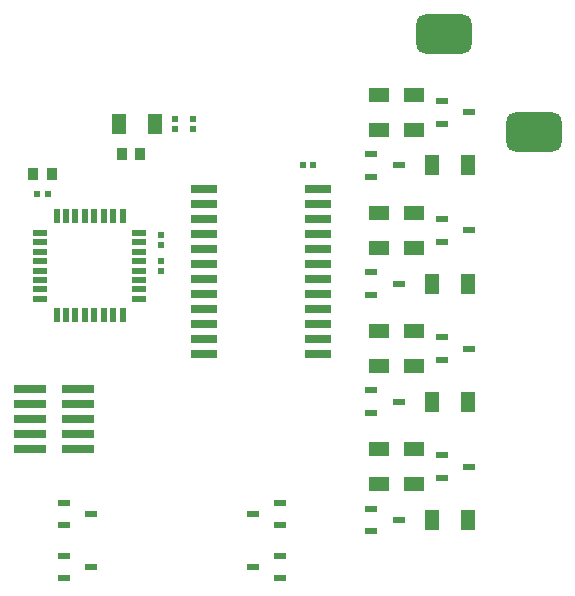
<source format=gbr>
%TF.GenerationSoftware,KiCad,Pcbnew,5.99.0-unknown-5db75805bd~106~ubuntu20.04.1*%
%TF.CreationDate,2021-01-04T23:22:08+00:00*%
%TF.ProjectId,minidriver,6d696e69-6472-4697-9665-722e6b696361,rev?*%
%TF.SameCoordinates,Original*%
%TF.FileFunction,Paste,Top*%
%TF.FilePolarity,Positive*%
%FSLAX46Y46*%
G04 Gerber Fmt 4.6, Leading zero omitted, Abs format (unit mm)*
G04 Created by KiCad (PCBNEW 5.99.0-unknown-5db75805bd~106~ubuntu20.04.1) date 2021-01-04 23:22:08*
%MOMM*%
%LPD*%
G01*
G04 APERTURE LIST*
G04 Aperture macros list*
%AMRoundRect*
0 Rectangle with rounded corners*
0 $1 Rounding radius*
0 $2 $3 $4 $5 $6 $7 $8 $9 X,Y pos of 4 corners*
0 Add a 4 corners polygon primitive as box body*
4,1,4,$2,$3,$4,$5,$6,$7,$8,$9,$2,$3,0*
0 Add four circle primitives for the rounded corners*
1,1,$1+$1,$2,$3,0*
1,1,$1+$1,$4,$5,0*
1,1,$1+$1,$6,$7,0*
1,1,$1+$1,$8,$9,0*
0 Add four rect primitives between the rounded corners*
20,1,$1+$1,$2,$3,$4,$5,0*
20,1,$1+$1,$4,$5,$6,$7,0*
20,1,$1+$1,$6,$7,$8,$9,0*
20,1,$1+$1,$8,$9,$2,$3,0*%
G04 Aperture macros list end*
%ADD10R,1.800000X1.150000*%
%ADD11R,1.150000X1.800000*%
%ADD12R,1.000000X0.600000*%
%ADD13R,0.620000X0.620000*%
%ADD14R,0.950000X1.000000*%
%ADD15RoundRect,0.850000X-1.500000X-0.850000X1.500000X-0.850000X1.500000X0.850000X-1.500000X0.850000X0*%
%ADD16R,1.200000X0.500000*%
%ADD17R,0.500000X1.200000*%
%ADD18R,2.790000X0.740000*%
%ADD19RoundRect,0.850000X1.500000X0.850000X-1.500000X0.850000X-1.500000X-0.850000X1.500000X-0.850000X0*%
%ADD20R,2.200000X0.650000*%
G04 APERTURE END LIST*
D10*
%TO.C,R10*%
X132500000Y-140500000D03*
X132500000Y-137500000D03*
%TD*%
%TO.C,R12*%
X135500000Y-137500000D03*
X135500000Y-140500000D03*
%TD*%
D11*
%TO.C,R7*%
X137000000Y-113500000D03*
X140000000Y-113500000D03*
%TD*%
D12*
%TO.C,Q9*%
X137850000Y-118050000D03*
X137850000Y-119950000D03*
X140150000Y-119000000D03*
%TD*%
D11*
%TO.C,R8*%
X137000000Y-133500000D03*
X140000000Y-133500000D03*
%TD*%
D13*
%TO.C,C5*%
X114000000Y-120250000D03*
X114000000Y-119350000D03*
%TD*%
D12*
%TO.C,Q11*%
X137850000Y-138050000D03*
X137850000Y-139950000D03*
X140150000Y-139000000D03*
%TD*%
D10*
%TO.C,R9*%
X132500000Y-120500000D03*
X132500000Y-117500000D03*
%TD*%
%TO.C,R11*%
X135500000Y-117500000D03*
X135500000Y-120500000D03*
%TD*%
D14*
%TO.C,D1*%
X104800000Y-114250000D03*
X103200000Y-114250000D03*
%TD*%
D13*
%TO.C,C2*%
X114000000Y-122450000D03*
X114000000Y-121550000D03*
%TD*%
D12*
%TO.C,Q4*%
X105850000Y-146550000D03*
X105850000Y-148450000D03*
X108150000Y-147500000D03*
%TD*%
D15*
%TO.C,TP2*%
X138000000Y-102400000D03*
%TD*%
D13*
%TO.C,C4*%
X126950000Y-113500000D03*
X126050000Y-113500000D03*
%TD*%
D12*
%TO.C,Q2*%
X131850000Y-132550000D03*
X131850000Y-134450000D03*
X134150000Y-133500000D03*
%TD*%
%TO.C,Q7*%
X131850000Y-122550000D03*
X131850000Y-124450000D03*
X134150000Y-123500000D03*
%TD*%
D11*
%TO.C,C1*%
X110500000Y-110000000D03*
X113500000Y-110000000D03*
%TD*%
D12*
%TO.C,Q6*%
X124150000Y-143950000D03*
X124150000Y-142050000D03*
X121850000Y-143000000D03*
%TD*%
%TO.C,Q1*%
X131850000Y-112550000D03*
X131850000Y-114450000D03*
X134150000Y-113500000D03*
%TD*%
D16*
%TO.C,IC2*%
X112200000Y-124800000D03*
X112200000Y-124000000D03*
X112200000Y-123200000D03*
X112200000Y-122400000D03*
X112200000Y-121600000D03*
X112200000Y-120800000D03*
X112200000Y-120000000D03*
X112200000Y-119200000D03*
D17*
X110800000Y-117800000D03*
X110000000Y-117800000D03*
X109200000Y-117800000D03*
X108400000Y-117800000D03*
X107600000Y-117800000D03*
X106800000Y-117800000D03*
X106000000Y-117800000D03*
X105200000Y-117800000D03*
D16*
X103800000Y-119200000D03*
X103800000Y-120000000D03*
X103800000Y-120800000D03*
X103800000Y-121600000D03*
X103800000Y-122400000D03*
X103800000Y-123200000D03*
X103800000Y-124000000D03*
X103800000Y-124800000D03*
D17*
X105200000Y-126200000D03*
X106000000Y-126200000D03*
X106800000Y-126200000D03*
X107600000Y-126200000D03*
X108400000Y-126200000D03*
X109200000Y-126200000D03*
X110000000Y-126200000D03*
X110800000Y-126200000D03*
%TD*%
D10*
%TO.C,R5*%
X135500000Y-107500000D03*
X135500000Y-110500000D03*
%TD*%
%TO.C,R3*%
X132500000Y-110500000D03*
X132500000Y-107500000D03*
%TD*%
D13*
%TO.C,R1*%
X116750000Y-109550000D03*
X116750000Y-110450000D03*
%TD*%
D18*
%TO.C,P1*%
X102965000Y-132460000D03*
X107035000Y-132460000D03*
X102965000Y-133730000D03*
X107035000Y-133730000D03*
X102965000Y-135000000D03*
X107035000Y-135000000D03*
X102965000Y-136270000D03*
X107035000Y-136270000D03*
X102965000Y-137540000D03*
X107035000Y-137540000D03*
%TD*%
D12*
%TO.C,Q3*%
X137850000Y-108050000D03*
X137850000Y-109950000D03*
X140150000Y-109000000D03*
%TD*%
%TO.C,Q12*%
X124150000Y-148450000D03*
X124150000Y-146550000D03*
X121850000Y-147500000D03*
%TD*%
D19*
%TO.C,TP1*%
X145600000Y-110700000D03*
%TD*%
D11*
%TO.C,R14*%
X137000000Y-143500000D03*
X140000000Y-143500000D03*
%TD*%
D13*
%TO.C,R15*%
X104450000Y-115900000D03*
X103550000Y-115900000D03*
%TD*%
D12*
%TO.C,Q10*%
X105850000Y-142050000D03*
X105850000Y-143950000D03*
X108150000Y-143000000D03*
%TD*%
D10*
%TO.C,R6*%
X135500000Y-127500000D03*
X135500000Y-130500000D03*
%TD*%
D11*
%TO.C,R13*%
X137000000Y-123500000D03*
X140000000Y-123500000D03*
%TD*%
D12*
%TO.C,Q5*%
X137850000Y-128050000D03*
X137850000Y-129950000D03*
X140150000Y-129000000D03*
%TD*%
%TO.C,Q8*%
X131850000Y-142550000D03*
X131850000Y-144450000D03*
X134150000Y-143500000D03*
%TD*%
D20*
%TO.C,IC3*%
X117700000Y-115515000D03*
X117700000Y-116785000D03*
X117700000Y-118055000D03*
X117700000Y-119325000D03*
X117700000Y-120595000D03*
X117700000Y-121865000D03*
X117700000Y-123135000D03*
X117700000Y-124405000D03*
X117700000Y-125675000D03*
X117700000Y-126945000D03*
X117700000Y-128215000D03*
X117700000Y-129485000D03*
X127300000Y-129485000D03*
X127300000Y-128215000D03*
X127300000Y-126945000D03*
X127300000Y-125675000D03*
X127300000Y-124405000D03*
X127300000Y-123135000D03*
X127300000Y-121865000D03*
X127300000Y-120595000D03*
X127300000Y-119325000D03*
X127300000Y-118055000D03*
X127300000Y-116785000D03*
X127300000Y-115515000D03*
%TD*%
D14*
%TO.C,C3*%
X110700000Y-112500000D03*
X112300000Y-112500000D03*
%TD*%
D10*
%TO.C,R4*%
X132500000Y-130500000D03*
X132500000Y-127500000D03*
%TD*%
D13*
%TO.C,R2*%
X115250000Y-109550000D03*
X115250000Y-110450000D03*
%TD*%
M02*

</source>
